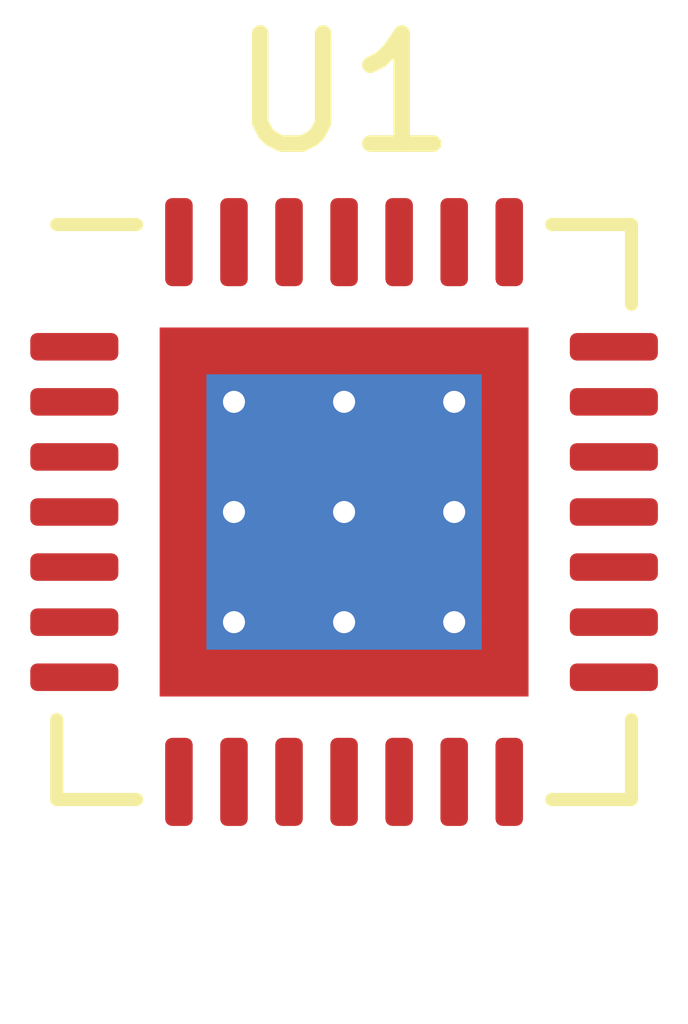
<source format=kicad_pcb>
(kicad_pcb (version 20211014) (generator pcbnew)
  (layers (0 "F.Cu" signal) (31 "B.Cu" signal) (34 "B.Paste" user) (35 "F.Paste" user) (36 "B.SilkS" user "B.Silkscreen") (37 "F.SilkS" user "F.Silkscreen") (38 "B.Mask" user) (39 "F.Mask" user) (44 "Edge.Cuts" user))
  (net 0 "")
  (net 1 "Net-(U1-Pad2)")
  (net 2 "Net-(U1-Pad28)")
  (net 3 "Net-(U1-Pad27)")
  (net 4 "Net-(U1-Pad26)")
  (net 5 "Net-(U1-Pad25)")
  (net 6 "Net-(U1-Pad24)")
  (net 7 "Net-(U1-Pad23)")
  (net 8 "Net-(U1-Pad22)")
  (net 9 "Net-(U1-Pad21)")
  (net 10 "Net-(U1-Pad20)")
  (net 11 "Net-(U1-Pad19)")
  (net 12 "Net-(U1-Pad18)")
  (net 13 "Net-(U1-Pad17)")
  (net 14 "Net-(U1-Pad16)")
  (net 15 "Net-(U1-Pad15)")
  (net 16 "Net-(U1-Pad14)")
  (net 17 "Net-(U1-Pad13)")
  (net 18 "Net-(U1-Pad12)")
  (net 19 "Net-(U1-Pad11)")
  (net 20 "Net-(U1-Pad10)")
  (net 21 "Net-(U1-Pad9)")
  (net 22 "Net-(U1-Pad8)")
  (net 23 "Net-(U1-Pad7)")
  (net 24 "Net-(U1-Pad5)")
  (net 25 "Net-(U1-Pad4)")
  (net 26 "Net-(U1-Pad3)")
  (net 27 "Net-(U1-Pad1)")
  (footprint "Package_DFN_QFN:QFN-28-1EP_5x5mm_P0.5mm_EP3.35x3.35mm_ThermalVias" (layer "F.Cu") (at 112.903 67.6148)
    (fp_text reference "U1" (at 0 -3.8) (layer "F.SilkS"))
    (fp_text value "AX5043")
    (fp_line (start 1.885 2.61) (end 2.61 2.61) (layer "F.SilkS") (width 0.12))
    (fp_line (start -1.885 -2.61) (end -2.61 -2.61) (layer "F.SilkS") (width 0.12))
    (fp_line (start 2.61 2.61) (end 2.61 1.885) (layer "F.SilkS") (width 0.12))
    (fp_line (start 1.885 -2.61) (end 2.61 -2.61) (layer "F.SilkS") (width 0.12))
    (fp_line (start 2.61 -2.61) (end 2.61 -1.885) (layer "F.SilkS") (width 0.12))
    (fp_line (start -1.885 2.61) (end -2.61 2.61) (layer "F.SilkS") (width 0.12))
    (fp_line (start -2.61 2.61) (end -2.61 1.885) (layer "F.SilkS") (width 0.12))
    (pad "1" smd roundrect locked (at -2.45 -1.5) (size 0.8 0.25) (layers "F.Cu" "F.Paste" "F.Mask") (net 27 "Net-(U1-Pad1)"))
    (pad "2" smd roundrect locked (at -2.45 -1) (size 0.8 0.25) (layers "F.Cu" "F.Paste" "F.Mask") (net 1 "Net-(U1-Pad2)"))
    (pad "3" smd roundrect locked (at -2.45 -0.5) (size 0.8 0.25) (layers "F.Cu" "F.Paste" "F.Mask") (net 26 "Net-(U1-Pad3)"))
    (pad "4" smd roundrect locked (at -2.45 0) (size 0.8 0.25) (layers "F.Cu" "F.Paste" "F.Mask") (net 25 "Net-(U1-Pad4)"))
    (pad "5" smd roundrect locked (at -2.45 0.5) (size 0.8 0.25) (layers "F.Cu" "F.Paste" "F.Mask") (net 24 "Net-(U1-Pad5)"))
    (pad "6" smd roundrect locked (at -2.45 1) (size 0.8 0.25) (layers "F.Cu" "F.Paste" "F.Mask") (net 1 "Net-(U1-Pad2)"))
    (pad "7" smd roundrect locked (at -2.45 1.5) (size 0.8 0.25) (layers "F.Cu" "F.Paste" "F.Mask") (net 23 "Net-(U1-Pad7)"))
    (pad "8" smd roundrect locked (at -1.5 2.45) (size 0.25 0.8) (layers "F.Cu" "F.Paste" "F.Mask") (net 22 "Net-(U1-Pad8)"))
    (pad "9" smd roundrect locked (at -1 2.45) (size 0.25 0.8) (layers "F.Cu" "F.Paste" "F.Mask") (net 21 "Net-(U1-Pad9)"))
    (pad "10" smd roundrect locked (at -0.5 2.45) (size 0.25 0.8) (layers "F.Cu" "F.Paste" "F.Mask") (net 20 "Net-(U1-Pad10)"))
    (pad "11" smd roundrect locked (at 0 2.45) (size 0.25 0.8) (layers "F.Cu" "F.Paste" "F.Mask") (net 19 "Net-(U1-Pad11)"))
    (pad "12" smd roundrect locked (at 0.5 2.45) (size 0.25 0.8) (layers "F.Cu" "F.Paste" "F.Mask") (net 18 "Net-(U1-Pad12)"))
    (pad "13" smd roundrect locked (at 1 2.45) (size 0.25 0.8) (layers "F.Cu" "F.Paste" "F.Mask") (net 17 "Net-(U1-Pad13)"))
    (pad "14" smd roundrect locked (at 1.5 2.45) (size 0.25 0.8) (layers "F.Cu" "F.Paste" "F.Mask") (net 16 "Net-(U1-Pad14)"))
    (pad "15" smd roundrect locked (at 2.45 1.5) (size 0.8 0.25) (layers "F.Cu" "F.Paste" "F.Mask") (net 15 "Net-(U1-Pad15)"))
    (pad "16" smd roundrect locked (at 2.45 1) (size 0.8 0.25) (layers "F.Cu" "F.Paste" "F.Mask") (net 14 "Net-(U1-Pad16)"))
    (pad "17" smd roundrect locked (at 2.45 0.5) (size 0.8 0.25) (layers "F.Cu" "F.Paste" "F.Mask") (net 13 "Net-(U1-Pad17)"))
    (pad "18" smd roundrect locked (at 2.45 0) (size 0.8 0.25) (layers "F.Cu" "F.Paste" "F.Mask") (net 12 "Net-(U1-Pad18)"))
    (pad "19" smd roundrect locked (at 2.45 -0.5) (size 0.8 0.25) (layers "F.Cu" "F.Paste" "F.Mask") (net 11 "Net-(U1-Pad19)"))
    (pad "20" smd roundrect locked (at 2.45 -1) (size 0.8 0.25) (layers "F.Cu" "F.Paste" "F.Mask") (net 10 "Net-(U1-Pad20)"))
    (pad "21" smd roundrect locked (at 2.45 -1.5) (size 0.8 0.25) (layers "F.Cu" "F.Paste" "F.Mask") (net 9 "Net-(U1-Pad21)"))
    (pad "22" smd roundrect locked (at 1.5 -2.45) (size 0.25 0.8) (layers "F.Cu" "F.Paste" "F.Mask") (net 8 "Net-(U1-Pad22)"))
    (pad "23" smd roundrect locked (at 1 -2.45) (size 0.25 0.8) (layers "F.Cu" "F.Paste" "F.Mask") (net 7 "Net-(U1-Pad23)"))
    (pad "24" smd roundrect locked (at 0.5 -2.45) (size 0.25 0.8) (layers "F.Cu" "F.Paste" "F.Mask") (net 6 "Net-(U1-Pad24)"))
    (pad "25" smd roundrect locked (at 0 -2.45) (size 0.25 0.8) (layers "F.Cu" "F.Paste" "F.Mask") (net 5 "Net-(U1-Pad25)"))
    (pad "26" smd roundrect locked (at -0.5 -2.45) (size 0.25 0.8) (layers "F.Cu" "F.Paste" "F.Mask") (net 4 "Net-(U1-Pad26)"))
    (pad "27" smd roundrect locked (at -1 -2.45) (size 0.25 0.8) (layers "F.Cu" "F.Paste" "F.Mask") (net 3 "Net-(U1-Pad27)"))
    (pad "28" smd roundrect locked (at -1.5 -2.45) (size 0.25 0.8) (layers "F.Cu" "F.Paste" "F.Mask") (net 2 "Net-(U1-Pad28)"))
    (pad "29" smd rect locked (at 0 0) (size 3.35 3.35) (layers "F.Cu" "F.Mask") (net 1 "Net-(U1-Pad2)"))
    (pad "29" thru_hole circle locked (at 0 0) (size 0.5 0.5) (drill 0.2) (layers *.Cu) (net 1 "Net-(U1-Pad2)"))
    (pad "29" thru_hole circle locked (at -1 -1) (size 0.5 0.5) (drill 0.2) (layers *.Cu) (net 1 "Net-(U1-Pad2)"))
    (pad "29" thru_hole circle locked (at 1 1) (size 0.5 0.5) (drill 0.2) (layers *.Cu) (net 1 "Net-(U1-Pad2)"))
    (pad "29" thru_hole circle locked (at -1 0) (size 0.5 0.5) (drill 0.2) (layers *.Cu) (net 1 "Net-(U1-Pad2)"))
    (pad "29" thru_hole circle locked (at -1 1) (size 0.5 0.5) (drill 0.2) (layers *.Cu) (net 1 "Net-(U1-Pad2)"))
    (pad "29" smd rect locked (at 0 0) (size 2.5 2.5) (layers "B.Cu") (net 1 "Net-(U1-Pad2)"))
    (pad "29" thru_hole circle locked (at 0 1) (size 0.5 0.5) (drill 0.2) (layers *.Cu) (net 1 "Net-(U1-Pad2)"))
    (pad "29" thru_hole circle locked (at 1 0) (size 0.5 0.5) (drill 0.2) (layers *.Cu) (net 1 "Net-(U1-Pad2)"))
    (pad "29" thru_hole circle locked (at 1 -1) (size 0.5 0.5) (drill 0.2) (layers *.Cu) (net 1 "Net-(U1-Pad2)"))
    (pad "29" thru_hole circle locked (at 0 -1) (size 0.5 0.5) (drill 0.2) (layers *.Cu) (net 1 "Net-(U1-Pad2)"))
  )
)
</source>
